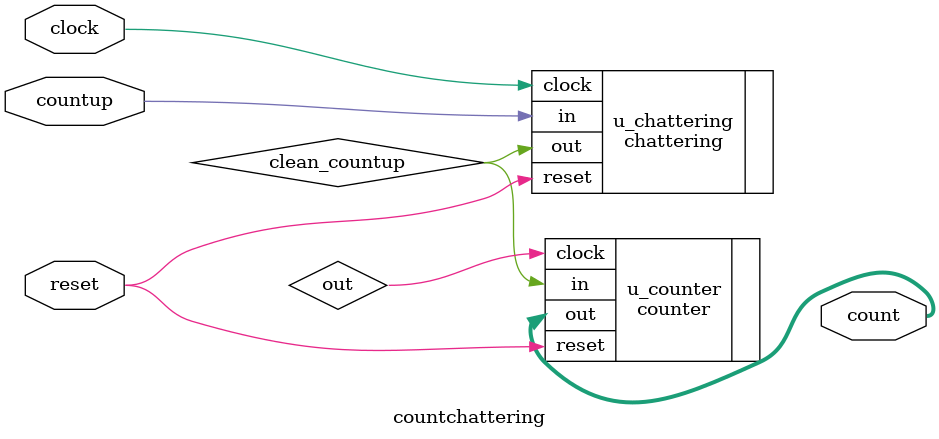
<source format=v>
`timescale 1ns / 1ps

module countchattering(
    input clock,
    input countup,
    input reset,
    output reg [3:0] count
    );
    
    //チャタリング除去後の信号を受ける線
    wire clean_countup;
    
    chattering u_chattering (
        .clock(clock),
        .reset(reset),
        .in(countup),
        .out(clean_countup)
    );
    
    counter u_counter(
        .clock(out),
        .reset(reset),
        .in(clean_countup),
        .out(count)
    );
    
 endmodule
</source>
